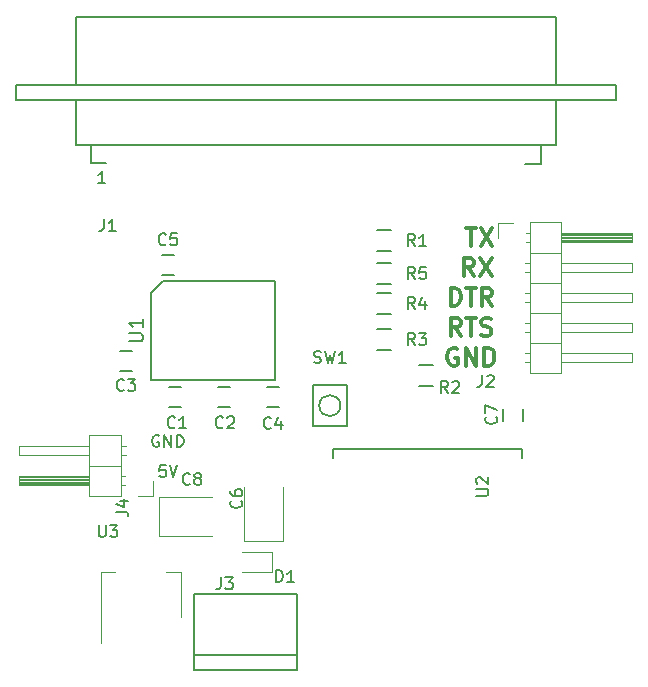
<source format=gbr>
G04 #@! TF.FileFunction,Legend,Top*
%FSLAX46Y46*%
G04 Gerber Fmt 4.6, Leading zero omitted, Abs format (unit mm)*
G04 Created by KiCad (PCBNEW 4.0.7) date Thursday, 17 May 2018 'PMt' 20:57:55*
%MOMM*%
%LPD*%
G01*
G04 APERTURE LIST*
%ADD10C,0.100000*%
%ADD11C,0.200000*%
%ADD12C,0.300000*%
%ADD13C,0.150000*%
%ADD14C,0.120000*%
%ADD15C,0.152400*%
G04 APERTURE END LIST*
D10*
D11*
X101346096Y-104656000D02*
X101250858Y-104608381D01*
X101108001Y-104608381D01*
X100965143Y-104656000D01*
X100869905Y-104751238D01*
X100822286Y-104846476D01*
X100774667Y-105036952D01*
X100774667Y-105179810D01*
X100822286Y-105370286D01*
X100869905Y-105465524D01*
X100965143Y-105560762D01*
X101108001Y-105608381D01*
X101203239Y-105608381D01*
X101346096Y-105560762D01*
X101393715Y-105513143D01*
X101393715Y-105179810D01*
X101203239Y-105179810D01*
X101822286Y-105608381D02*
X101822286Y-104608381D01*
X102393715Y-105608381D01*
X102393715Y-104608381D01*
X102869905Y-105608381D02*
X102869905Y-104608381D01*
X103108000Y-104608381D01*
X103250858Y-104656000D01*
X103346096Y-104751238D01*
X103393715Y-104846476D01*
X103441334Y-105036952D01*
X103441334Y-105179810D01*
X103393715Y-105370286D01*
X103346096Y-105465524D01*
X103250858Y-105560762D01*
X103108000Y-105608381D01*
X102869905Y-105608381D01*
X101917524Y-107148381D02*
X101441333Y-107148381D01*
X101393714Y-107624571D01*
X101441333Y-107576952D01*
X101536571Y-107529333D01*
X101774667Y-107529333D01*
X101869905Y-107576952D01*
X101917524Y-107624571D01*
X101965143Y-107719810D01*
X101965143Y-107957905D01*
X101917524Y-108053143D01*
X101869905Y-108100762D01*
X101774667Y-108148381D01*
X101536571Y-108148381D01*
X101441333Y-108100762D01*
X101393714Y-108053143D01*
X102250857Y-107148381D02*
X102584190Y-108148381D01*
X102917524Y-107148381D01*
D12*
X127381143Y-87062571D02*
X128238286Y-87062571D01*
X127809715Y-88562571D02*
X127809715Y-87062571D01*
X128595429Y-87062571D02*
X129595429Y-88562571D01*
X129595429Y-87062571D02*
X128595429Y-88562571D01*
X128020001Y-91102571D02*
X127520001Y-90388286D01*
X127162858Y-91102571D02*
X127162858Y-89602571D01*
X127734286Y-89602571D01*
X127877144Y-89674000D01*
X127948572Y-89745429D01*
X128020001Y-89888286D01*
X128020001Y-90102571D01*
X127948572Y-90245429D01*
X127877144Y-90316857D01*
X127734286Y-90388286D01*
X127162858Y-90388286D01*
X128520001Y-89602571D02*
X129520001Y-91102571D01*
X129520001Y-89602571D02*
X128520001Y-91102571D01*
X126047715Y-93642571D02*
X126047715Y-92142571D01*
X126404858Y-92142571D01*
X126619143Y-92214000D01*
X126762001Y-92356857D01*
X126833429Y-92499714D01*
X126904858Y-92785429D01*
X126904858Y-92999714D01*
X126833429Y-93285429D01*
X126762001Y-93428286D01*
X126619143Y-93571143D01*
X126404858Y-93642571D01*
X126047715Y-93642571D01*
X127333429Y-92142571D02*
X128190572Y-92142571D01*
X127762001Y-93642571D02*
X127762001Y-92142571D01*
X129547715Y-93642571D02*
X129047715Y-92928286D01*
X128690572Y-93642571D02*
X128690572Y-92142571D01*
X129262000Y-92142571D01*
X129404858Y-92214000D01*
X129476286Y-92285429D01*
X129547715Y-92428286D01*
X129547715Y-92642571D01*
X129476286Y-92785429D01*
X129404858Y-92856857D01*
X129262000Y-92928286D01*
X128690572Y-92928286D01*
X126940572Y-96182571D02*
X126440572Y-95468286D01*
X126083429Y-96182571D02*
X126083429Y-94682571D01*
X126654857Y-94682571D01*
X126797715Y-94754000D01*
X126869143Y-94825429D01*
X126940572Y-94968286D01*
X126940572Y-95182571D01*
X126869143Y-95325429D01*
X126797715Y-95396857D01*
X126654857Y-95468286D01*
X126083429Y-95468286D01*
X127369143Y-94682571D02*
X128226286Y-94682571D01*
X127797715Y-96182571D02*
X127797715Y-94682571D01*
X128654857Y-96111143D02*
X128869143Y-96182571D01*
X129226286Y-96182571D01*
X129369143Y-96111143D01*
X129440572Y-96039714D01*
X129512000Y-95896857D01*
X129512000Y-95754000D01*
X129440572Y-95611143D01*
X129369143Y-95539714D01*
X129226286Y-95468286D01*
X128940572Y-95396857D01*
X128797714Y-95325429D01*
X128726286Y-95254000D01*
X128654857Y-95111143D01*
X128654857Y-94968286D01*
X128726286Y-94825429D01*
X128797714Y-94754000D01*
X128940572Y-94682571D01*
X129297714Y-94682571D01*
X129512000Y-94754000D01*
X126619143Y-97294000D02*
X126476286Y-97222571D01*
X126262000Y-97222571D01*
X126047715Y-97294000D01*
X125904857Y-97436857D01*
X125833429Y-97579714D01*
X125762000Y-97865429D01*
X125762000Y-98079714D01*
X125833429Y-98365429D01*
X125904857Y-98508286D01*
X126047715Y-98651143D01*
X126262000Y-98722571D01*
X126404857Y-98722571D01*
X126619143Y-98651143D01*
X126690572Y-98579714D01*
X126690572Y-98079714D01*
X126404857Y-98079714D01*
X127333429Y-98722571D02*
X127333429Y-97222571D01*
X128190572Y-98722571D01*
X128190572Y-97222571D01*
X128904858Y-98722571D02*
X128904858Y-97222571D01*
X129262001Y-97222571D01*
X129476286Y-97294000D01*
X129619144Y-97436857D01*
X129690572Y-97579714D01*
X129762001Y-97865429D01*
X129762001Y-98079714D01*
X129690572Y-98365429D01*
X129619144Y-98508286D01*
X129476286Y-98651143D01*
X129262001Y-98722571D01*
X128904858Y-98722571D01*
D13*
X103243000Y-100496000D02*
X102243000Y-100496000D01*
X102243000Y-102196000D02*
X103243000Y-102196000D01*
X107370500Y-100496000D02*
X106370500Y-100496000D01*
X106370500Y-102196000D02*
X107370500Y-102196000D01*
X98052000Y-99148000D02*
X99052000Y-99148000D01*
X99052000Y-97448000D02*
X98052000Y-97448000D01*
X111482000Y-100496000D02*
X110482000Y-100496000D01*
X110482000Y-102196000D02*
X111482000Y-102196000D01*
X102608000Y-89320000D02*
X101608000Y-89320000D01*
X101608000Y-91020000D02*
X102608000Y-91020000D01*
D14*
X108586000Y-113543000D02*
X108586000Y-108993000D01*
X111886000Y-113543000D02*
X111886000Y-108993000D01*
X108586000Y-113543000D02*
X111886000Y-113543000D01*
D13*
X130468000Y-102370000D02*
X130468000Y-103370000D01*
X132168000Y-103370000D02*
X132168000Y-102370000D01*
D14*
X101340000Y-109856000D02*
X105890000Y-109856000D01*
X101340000Y-113156000D02*
X105890000Y-113156000D01*
X101340000Y-109856000D02*
X101340000Y-113156000D01*
X110940000Y-116166000D02*
X110940000Y-114466000D01*
X110940000Y-114466000D02*
X108390000Y-114466000D01*
X110940000Y-116166000D02*
X108390000Y-116166000D01*
D13*
X133731000Y-80010000D02*
X133731000Y-81661000D01*
X133731000Y-81661000D02*
X132334000Y-81661000D01*
X95631000Y-80010000D02*
X95631000Y-81534000D01*
X95631000Y-81534000D02*
X96901000Y-81534000D01*
X135001000Y-80010000D02*
X94361000Y-80010000D01*
X94361000Y-80010000D02*
X94361000Y-76200000D01*
X94361000Y-76200000D02*
X135001000Y-76200000D01*
X135001000Y-76200000D02*
X135001000Y-80010000D01*
X94361000Y-76200000D02*
X89281000Y-76200000D01*
X89281000Y-76200000D02*
X89281000Y-74930000D01*
X89281000Y-74930000D02*
X140081000Y-74930000D01*
X140081000Y-74930000D02*
X140081000Y-76200000D01*
X140081000Y-76200000D02*
X135001000Y-76200000D01*
X94361000Y-74930000D02*
X94361000Y-69215000D01*
X94361000Y-69215000D02*
X135001000Y-69215000D01*
X135001000Y-69215000D02*
X135001000Y-74930000D01*
X104361100Y-124467460D02*
X113061100Y-124467460D01*
X104361100Y-118062460D02*
X113061100Y-118062460D01*
X113061100Y-118062460D02*
X113061100Y-124467460D01*
X113061100Y-123237460D02*
X104361100Y-123237460D01*
X104361100Y-124467460D02*
X104361100Y-118062460D01*
D14*
X98128000Y-109788000D02*
X98128000Y-104588000D01*
X98128000Y-104588000D02*
X95468000Y-104588000D01*
X95468000Y-104588000D02*
X95468000Y-109788000D01*
X95468000Y-109788000D02*
X98128000Y-109788000D01*
X95468000Y-108838000D02*
X89468000Y-108838000D01*
X89468000Y-108838000D02*
X89468000Y-108078000D01*
X89468000Y-108078000D02*
X95468000Y-108078000D01*
X95468000Y-108778000D02*
X89468000Y-108778000D01*
X95468000Y-108658000D02*
X89468000Y-108658000D01*
X95468000Y-108538000D02*
X89468000Y-108538000D01*
X95468000Y-108418000D02*
X89468000Y-108418000D01*
X95468000Y-108298000D02*
X89468000Y-108298000D01*
X95468000Y-108178000D02*
X89468000Y-108178000D01*
X98458000Y-108838000D02*
X98128000Y-108838000D01*
X98458000Y-108078000D02*
X98128000Y-108078000D01*
X98128000Y-107188000D02*
X95468000Y-107188000D01*
X95468000Y-106298000D02*
X89468000Y-106298000D01*
X89468000Y-106298000D02*
X89468000Y-105538000D01*
X89468000Y-105538000D02*
X95468000Y-105538000D01*
X98525071Y-106298000D02*
X98128000Y-106298000D01*
X98525071Y-105538000D02*
X98128000Y-105538000D01*
X100838000Y-108458000D02*
X100838000Y-109728000D01*
X100838000Y-109728000D02*
X99568000Y-109728000D01*
D13*
X120996000Y-89013000D02*
X119796000Y-89013000D01*
X119796000Y-87263000D02*
X120996000Y-87263000D01*
X119796000Y-95645000D02*
X120996000Y-95645000D01*
X120996000Y-97395000D02*
X119796000Y-97395000D01*
X119796000Y-92597000D02*
X120996000Y-92597000D01*
X120996000Y-94347000D02*
X119796000Y-94347000D01*
X119796000Y-90057000D02*
X120996000Y-90057000D01*
X120996000Y-91807000D02*
X119796000Y-91807000D01*
X101673000Y-91558000D02*
X100673000Y-92558000D01*
X100673000Y-92558000D02*
X100673000Y-99958000D01*
X100673000Y-99958000D02*
X111163000Y-99958000D01*
X111163000Y-99958000D02*
X111163000Y-91558000D01*
X111163000Y-91558000D02*
X101673000Y-91558000D01*
D15*
X132080000Y-106553000D02*
X132080000Y-105791000D01*
X132080000Y-105791000D02*
X116078000Y-105791000D01*
X116078000Y-105791000D02*
X116078000Y-106553000D01*
D14*
X103232000Y-116200000D02*
X101972000Y-116200000D01*
X96412000Y-116200000D02*
X97672000Y-116200000D01*
X103232000Y-119960000D02*
X103232000Y-116200000D01*
X96412000Y-122210000D02*
X96412000Y-116200000D01*
X132758000Y-86554000D02*
X132758000Y-99374000D01*
X132758000Y-99374000D02*
X135418000Y-99374000D01*
X135418000Y-99374000D02*
X135418000Y-86554000D01*
X135418000Y-86554000D02*
X132758000Y-86554000D01*
X135418000Y-87504000D02*
X141418000Y-87504000D01*
X141418000Y-87504000D02*
X141418000Y-88264000D01*
X141418000Y-88264000D02*
X135418000Y-88264000D01*
X135418000Y-87564000D02*
X141418000Y-87564000D01*
X135418000Y-87684000D02*
X141418000Y-87684000D01*
X135418000Y-87804000D02*
X141418000Y-87804000D01*
X135418000Y-87924000D02*
X141418000Y-87924000D01*
X135418000Y-88044000D02*
X141418000Y-88044000D01*
X135418000Y-88164000D02*
X141418000Y-88164000D01*
X132428000Y-87504000D02*
X132758000Y-87504000D01*
X132428000Y-88264000D02*
X132758000Y-88264000D01*
X132758000Y-89154000D02*
X135418000Y-89154000D01*
X135418000Y-90044000D02*
X141418000Y-90044000D01*
X141418000Y-90044000D02*
X141418000Y-90804000D01*
X141418000Y-90804000D02*
X135418000Y-90804000D01*
X132360929Y-90044000D02*
X132758000Y-90044000D01*
X132360929Y-90804000D02*
X132758000Y-90804000D01*
X132758000Y-91694000D02*
X135418000Y-91694000D01*
X135418000Y-92584000D02*
X141418000Y-92584000D01*
X141418000Y-92584000D02*
X141418000Y-93344000D01*
X141418000Y-93344000D02*
X135418000Y-93344000D01*
X132360929Y-92584000D02*
X132758000Y-92584000D01*
X132360929Y-93344000D02*
X132758000Y-93344000D01*
X132758000Y-94234000D02*
X135418000Y-94234000D01*
X135418000Y-95124000D02*
X141418000Y-95124000D01*
X141418000Y-95124000D02*
X141418000Y-95884000D01*
X141418000Y-95884000D02*
X135418000Y-95884000D01*
X132360929Y-95124000D02*
X132758000Y-95124000D01*
X132360929Y-95884000D02*
X132758000Y-95884000D01*
X132758000Y-96774000D02*
X135418000Y-96774000D01*
X135418000Y-97664000D02*
X141418000Y-97664000D01*
X141418000Y-97664000D02*
X141418000Y-98424000D01*
X141418000Y-98424000D02*
X135418000Y-98424000D01*
X132360929Y-97664000D02*
X132758000Y-97664000D01*
X132360929Y-98424000D02*
X132758000Y-98424000D01*
X130048000Y-87884000D02*
X130048000Y-86614000D01*
X130048000Y-86614000D02*
X131318000Y-86614000D01*
D13*
X124552000Y-100443000D02*
X123352000Y-100443000D01*
X123352000Y-98693000D02*
X124552000Y-98693000D01*
X116722026Y-102108000D02*
G75*
G03X116722026Y-102108000I-898026J0D01*
G01*
X117274000Y-100358000D02*
X114374000Y-100358000D01*
X117274000Y-103858000D02*
X117274000Y-100358000D01*
X114374000Y-100358000D02*
X114374000Y-103858000D01*
X114374000Y-103858000D02*
X117274000Y-103848000D01*
X102703334Y-103925643D02*
X102655715Y-103973262D01*
X102512858Y-104020881D01*
X102417620Y-104020881D01*
X102274762Y-103973262D01*
X102179524Y-103878024D01*
X102131905Y-103782786D01*
X102084286Y-103592310D01*
X102084286Y-103449452D01*
X102131905Y-103258976D01*
X102179524Y-103163738D01*
X102274762Y-103068500D01*
X102417620Y-103020881D01*
X102512858Y-103020881D01*
X102655715Y-103068500D01*
X102703334Y-103116119D01*
X103655715Y-104020881D02*
X103084286Y-104020881D01*
X103370000Y-104020881D02*
X103370000Y-103020881D01*
X103274762Y-103163738D01*
X103179524Y-103258976D01*
X103084286Y-103306595D01*
X106767334Y-103925643D02*
X106719715Y-103973262D01*
X106576858Y-104020881D01*
X106481620Y-104020881D01*
X106338762Y-103973262D01*
X106243524Y-103878024D01*
X106195905Y-103782786D01*
X106148286Y-103592310D01*
X106148286Y-103449452D01*
X106195905Y-103258976D01*
X106243524Y-103163738D01*
X106338762Y-103068500D01*
X106481620Y-103020881D01*
X106576858Y-103020881D01*
X106719715Y-103068500D01*
X106767334Y-103116119D01*
X107148286Y-103116119D02*
X107195905Y-103068500D01*
X107291143Y-103020881D01*
X107529239Y-103020881D01*
X107624477Y-103068500D01*
X107672096Y-103116119D01*
X107719715Y-103211357D01*
X107719715Y-103306595D01*
X107672096Y-103449452D01*
X107100667Y-104020881D01*
X107719715Y-104020881D01*
X98385334Y-100755143D02*
X98337715Y-100802762D01*
X98194858Y-100850381D01*
X98099620Y-100850381D01*
X97956762Y-100802762D01*
X97861524Y-100707524D01*
X97813905Y-100612286D01*
X97766286Y-100421810D01*
X97766286Y-100278952D01*
X97813905Y-100088476D01*
X97861524Y-99993238D01*
X97956762Y-99898000D01*
X98099620Y-99850381D01*
X98194858Y-99850381D01*
X98337715Y-99898000D01*
X98385334Y-99945619D01*
X98718667Y-99850381D02*
X99337715Y-99850381D01*
X99004381Y-100231333D01*
X99147239Y-100231333D01*
X99242477Y-100278952D01*
X99290096Y-100326571D01*
X99337715Y-100421810D01*
X99337715Y-100659905D01*
X99290096Y-100755143D01*
X99242477Y-100802762D01*
X99147239Y-100850381D01*
X98861524Y-100850381D01*
X98766286Y-100802762D01*
X98718667Y-100755143D01*
X110831334Y-103989143D02*
X110783715Y-104036762D01*
X110640858Y-104084381D01*
X110545620Y-104084381D01*
X110402762Y-104036762D01*
X110307524Y-103941524D01*
X110259905Y-103846286D01*
X110212286Y-103655810D01*
X110212286Y-103512952D01*
X110259905Y-103322476D01*
X110307524Y-103227238D01*
X110402762Y-103132000D01*
X110545620Y-103084381D01*
X110640858Y-103084381D01*
X110783715Y-103132000D01*
X110831334Y-103179619D01*
X111688477Y-103417714D02*
X111688477Y-104084381D01*
X111450381Y-103036762D02*
X111212286Y-103751048D01*
X111831334Y-103751048D01*
X101941334Y-88427143D02*
X101893715Y-88474762D01*
X101750858Y-88522381D01*
X101655620Y-88522381D01*
X101512762Y-88474762D01*
X101417524Y-88379524D01*
X101369905Y-88284286D01*
X101322286Y-88093810D01*
X101322286Y-87950952D01*
X101369905Y-87760476D01*
X101417524Y-87665238D01*
X101512762Y-87570000D01*
X101655620Y-87522381D01*
X101750858Y-87522381D01*
X101893715Y-87570000D01*
X101941334Y-87617619D01*
X102846096Y-87522381D02*
X102369905Y-87522381D01*
X102322286Y-87998571D01*
X102369905Y-87950952D01*
X102465143Y-87903333D01*
X102703239Y-87903333D01*
X102798477Y-87950952D01*
X102846096Y-87998571D01*
X102893715Y-88093810D01*
X102893715Y-88331905D01*
X102846096Y-88427143D01*
X102798477Y-88474762D01*
X102703239Y-88522381D01*
X102465143Y-88522381D01*
X102369905Y-88474762D01*
X102322286Y-88427143D01*
X108307143Y-110148666D02*
X108354762Y-110196285D01*
X108402381Y-110339142D01*
X108402381Y-110434380D01*
X108354762Y-110577238D01*
X108259524Y-110672476D01*
X108164286Y-110720095D01*
X107973810Y-110767714D01*
X107830952Y-110767714D01*
X107640476Y-110720095D01*
X107545238Y-110672476D01*
X107450000Y-110577238D01*
X107402381Y-110434380D01*
X107402381Y-110339142D01*
X107450000Y-110196285D01*
X107497619Y-110148666D01*
X107402381Y-109291523D02*
X107402381Y-109482000D01*
X107450000Y-109577238D01*
X107497619Y-109624857D01*
X107640476Y-109720095D01*
X107830952Y-109767714D01*
X108211905Y-109767714D01*
X108307143Y-109720095D01*
X108354762Y-109672476D01*
X108402381Y-109577238D01*
X108402381Y-109386761D01*
X108354762Y-109291523D01*
X108307143Y-109243904D01*
X108211905Y-109196285D01*
X107973810Y-109196285D01*
X107878571Y-109243904D01*
X107830952Y-109291523D01*
X107783333Y-109386761D01*
X107783333Y-109577238D01*
X107830952Y-109672476D01*
X107878571Y-109720095D01*
X107973810Y-109767714D01*
X129897143Y-103036666D02*
X129944762Y-103084285D01*
X129992381Y-103227142D01*
X129992381Y-103322380D01*
X129944762Y-103465238D01*
X129849524Y-103560476D01*
X129754286Y-103608095D01*
X129563810Y-103655714D01*
X129420952Y-103655714D01*
X129230476Y-103608095D01*
X129135238Y-103560476D01*
X129040000Y-103465238D01*
X128992381Y-103322380D01*
X128992381Y-103227142D01*
X129040000Y-103084285D01*
X129087619Y-103036666D01*
X128992381Y-102703333D02*
X128992381Y-102036666D01*
X129992381Y-102465238D01*
X103973334Y-108713143D02*
X103925715Y-108760762D01*
X103782858Y-108808381D01*
X103687620Y-108808381D01*
X103544762Y-108760762D01*
X103449524Y-108665524D01*
X103401905Y-108570286D01*
X103354286Y-108379810D01*
X103354286Y-108236952D01*
X103401905Y-108046476D01*
X103449524Y-107951238D01*
X103544762Y-107856000D01*
X103687620Y-107808381D01*
X103782858Y-107808381D01*
X103925715Y-107856000D01*
X103973334Y-107903619D01*
X104544762Y-108236952D02*
X104449524Y-108189333D01*
X104401905Y-108141714D01*
X104354286Y-108046476D01*
X104354286Y-107998857D01*
X104401905Y-107903619D01*
X104449524Y-107856000D01*
X104544762Y-107808381D01*
X104735239Y-107808381D01*
X104830477Y-107856000D01*
X104878096Y-107903619D01*
X104925715Y-107998857D01*
X104925715Y-108046476D01*
X104878096Y-108141714D01*
X104830477Y-108189333D01*
X104735239Y-108236952D01*
X104544762Y-108236952D01*
X104449524Y-108284571D01*
X104401905Y-108332190D01*
X104354286Y-108427429D01*
X104354286Y-108617905D01*
X104401905Y-108713143D01*
X104449524Y-108760762D01*
X104544762Y-108808381D01*
X104735239Y-108808381D01*
X104830477Y-108760762D01*
X104878096Y-108713143D01*
X104925715Y-108617905D01*
X104925715Y-108427429D01*
X104878096Y-108332190D01*
X104830477Y-108284571D01*
X104735239Y-108236952D01*
X111275905Y-117038381D02*
X111275905Y-116038381D01*
X111514000Y-116038381D01*
X111656858Y-116086000D01*
X111752096Y-116181238D01*
X111799715Y-116276476D01*
X111847334Y-116466952D01*
X111847334Y-116609810D01*
X111799715Y-116800286D01*
X111752096Y-116895524D01*
X111656858Y-116990762D01*
X111514000Y-117038381D01*
X111275905Y-117038381D01*
X112799715Y-117038381D02*
X112228286Y-117038381D01*
X112514000Y-117038381D02*
X112514000Y-116038381D01*
X112418762Y-116181238D01*
X112323524Y-116276476D01*
X112228286Y-116324095D01*
X96694667Y-86320381D02*
X96694667Y-87034667D01*
X96647047Y-87177524D01*
X96551809Y-87272762D01*
X96408952Y-87320381D01*
X96313714Y-87320381D01*
X97694667Y-87320381D02*
X97123238Y-87320381D01*
X97408952Y-87320381D02*
X97408952Y-86320381D01*
X97313714Y-86463238D01*
X97218476Y-86558476D01*
X97123238Y-86606095D01*
X96805715Y-83256381D02*
X96234286Y-83256381D01*
X96520000Y-83256381D02*
X96520000Y-82256381D01*
X96424762Y-82399238D01*
X96329524Y-82494476D01*
X96234286Y-82542095D01*
X106600667Y-116652381D02*
X106600667Y-117366667D01*
X106553047Y-117509524D01*
X106457809Y-117604762D01*
X106314952Y-117652381D01*
X106219714Y-117652381D01*
X106981619Y-116652381D02*
X107600667Y-116652381D01*
X107267333Y-117033333D01*
X107410191Y-117033333D01*
X107505429Y-117080952D01*
X107553048Y-117128571D01*
X107600667Y-117223810D01*
X107600667Y-117461905D01*
X107553048Y-117557143D01*
X107505429Y-117604762D01*
X107410191Y-117652381D01*
X107124476Y-117652381D01*
X107029238Y-117604762D01*
X106981619Y-117557143D01*
X97750381Y-111077333D02*
X98464667Y-111077333D01*
X98607524Y-111124953D01*
X98702762Y-111220191D01*
X98750381Y-111363048D01*
X98750381Y-111458286D01*
X98083714Y-110172571D02*
X98750381Y-110172571D01*
X97702762Y-110410667D02*
X98417048Y-110648762D01*
X98417048Y-110029714D01*
X123023334Y-88590381D02*
X122690000Y-88114190D01*
X122451905Y-88590381D02*
X122451905Y-87590381D01*
X122832858Y-87590381D01*
X122928096Y-87638000D01*
X122975715Y-87685619D01*
X123023334Y-87780857D01*
X123023334Y-87923714D01*
X122975715Y-88018952D01*
X122928096Y-88066571D01*
X122832858Y-88114190D01*
X122451905Y-88114190D01*
X123975715Y-88590381D02*
X123404286Y-88590381D01*
X123690000Y-88590381D02*
X123690000Y-87590381D01*
X123594762Y-87733238D01*
X123499524Y-87828476D01*
X123404286Y-87876095D01*
X123023334Y-96972381D02*
X122690000Y-96496190D01*
X122451905Y-96972381D02*
X122451905Y-95972381D01*
X122832858Y-95972381D01*
X122928096Y-96020000D01*
X122975715Y-96067619D01*
X123023334Y-96162857D01*
X123023334Y-96305714D01*
X122975715Y-96400952D01*
X122928096Y-96448571D01*
X122832858Y-96496190D01*
X122451905Y-96496190D01*
X123356667Y-95972381D02*
X123975715Y-95972381D01*
X123642381Y-96353333D01*
X123785239Y-96353333D01*
X123880477Y-96400952D01*
X123928096Y-96448571D01*
X123975715Y-96543810D01*
X123975715Y-96781905D01*
X123928096Y-96877143D01*
X123880477Y-96924762D01*
X123785239Y-96972381D01*
X123499524Y-96972381D01*
X123404286Y-96924762D01*
X123356667Y-96877143D01*
X123023334Y-93924381D02*
X122690000Y-93448190D01*
X122451905Y-93924381D02*
X122451905Y-92924381D01*
X122832858Y-92924381D01*
X122928096Y-92972000D01*
X122975715Y-93019619D01*
X123023334Y-93114857D01*
X123023334Y-93257714D01*
X122975715Y-93352952D01*
X122928096Y-93400571D01*
X122832858Y-93448190D01*
X122451905Y-93448190D01*
X123880477Y-93257714D02*
X123880477Y-93924381D01*
X123642381Y-92876762D02*
X123404286Y-93591048D01*
X124023334Y-93591048D01*
X123023334Y-91384381D02*
X122690000Y-90908190D01*
X122451905Y-91384381D02*
X122451905Y-90384381D01*
X122832858Y-90384381D01*
X122928096Y-90432000D01*
X122975715Y-90479619D01*
X123023334Y-90574857D01*
X123023334Y-90717714D01*
X122975715Y-90812952D01*
X122928096Y-90860571D01*
X122832858Y-90908190D01*
X122451905Y-90908190D01*
X123928096Y-90384381D02*
X123451905Y-90384381D01*
X123404286Y-90860571D01*
X123451905Y-90812952D01*
X123547143Y-90765333D01*
X123785239Y-90765333D01*
X123880477Y-90812952D01*
X123928096Y-90860571D01*
X123975715Y-90955810D01*
X123975715Y-91193905D01*
X123928096Y-91289143D01*
X123880477Y-91336762D01*
X123785239Y-91384381D01*
X123547143Y-91384381D01*
X123451905Y-91336762D01*
X123404286Y-91289143D01*
X98815857Y-96672286D02*
X99787286Y-96672286D01*
X99901571Y-96615143D01*
X99958714Y-96558000D01*
X100015857Y-96443714D01*
X100015857Y-96215143D01*
X99958714Y-96100857D01*
X99901571Y-96043714D01*
X99787286Y-95986571D01*
X98815857Y-95986571D01*
X100015857Y-94786571D02*
X100015857Y-95472286D01*
X100015857Y-95129428D02*
X98815857Y-95129428D01*
X98987286Y-95243714D01*
X99101571Y-95358000D01*
X99158714Y-95472286D01*
X128230381Y-109727905D02*
X129039905Y-109727905D01*
X129135143Y-109680286D01*
X129182762Y-109632667D01*
X129230381Y-109537429D01*
X129230381Y-109346952D01*
X129182762Y-109251714D01*
X129135143Y-109204095D01*
X129039905Y-109156476D01*
X128230381Y-109156476D01*
X128325619Y-108727905D02*
X128278000Y-108680286D01*
X128230381Y-108585048D01*
X128230381Y-108346952D01*
X128278000Y-108251714D01*
X128325619Y-108204095D01*
X128420857Y-108156476D01*
X128516095Y-108156476D01*
X128658952Y-108204095D01*
X129230381Y-108775524D01*
X129230381Y-108156476D01*
X96266095Y-112228381D02*
X96266095Y-113037905D01*
X96313714Y-113133143D01*
X96361333Y-113180762D01*
X96456571Y-113228381D01*
X96647048Y-113228381D01*
X96742286Y-113180762D01*
X96789905Y-113133143D01*
X96837524Y-113037905D01*
X96837524Y-112228381D01*
X97218476Y-112228381D02*
X97837524Y-112228381D01*
X97504190Y-112609333D01*
X97647048Y-112609333D01*
X97742286Y-112656952D01*
X97789905Y-112704571D01*
X97837524Y-112799810D01*
X97837524Y-113037905D01*
X97789905Y-113133143D01*
X97742286Y-113180762D01*
X97647048Y-113228381D01*
X97361333Y-113228381D01*
X97266095Y-113180762D01*
X97218476Y-113133143D01*
X128698667Y-99528381D02*
X128698667Y-100242667D01*
X128651047Y-100385524D01*
X128555809Y-100480762D01*
X128412952Y-100528381D01*
X128317714Y-100528381D01*
X129127238Y-99623619D02*
X129174857Y-99576000D01*
X129270095Y-99528381D01*
X129508191Y-99528381D01*
X129603429Y-99576000D01*
X129651048Y-99623619D01*
X129698667Y-99718857D01*
X129698667Y-99814095D01*
X129651048Y-99956952D01*
X129079619Y-100528381D01*
X129698667Y-100528381D01*
X125817334Y-101036381D02*
X125484000Y-100560190D01*
X125245905Y-101036381D02*
X125245905Y-100036381D01*
X125626858Y-100036381D01*
X125722096Y-100084000D01*
X125769715Y-100131619D01*
X125817334Y-100226857D01*
X125817334Y-100369714D01*
X125769715Y-100464952D01*
X125722096Y-100512571D01*
X125626858Y-100560190D01*
X125245905Y-100560190D01*
X126198286Y-100131619D02*
X126245905Y-100084000D01*
X126341143Y-100036381D01*
X126579239Y-100036381D01*
X126674477Y-100084000D01*
X126722096Y-100131619D01*
X126769715Y-100226857D01*
X126769715Y-100322095D01*
X126722096Y-100464952D01*
X126150667Y-101036381D01*
X126769715Y-101036381D01*
X114490667Y-98448762D02*
X114633524Y-98496381D01*
X114871620Y-98496381D01*
X114966858Y-98448762D01*
X115014477Y-98401143D01*
X115062096Y-98305905D01*
X115062096Y-98210667D01*
X115014477Y-98115429D01*
X114966858Y-98067810D01*
X114871620Y-98020190D01*
X114681143Y-97972571D01*
X114585905Y-97924952D01*
X114538286Y-97877333D01*
X114490667Y-97782095D01*
X114490667Y-97686857D01*
X114538286Y-97591619D01*
X114585905Y-97544000D01*
X114681143Y-97496381D01*
X114919239Y-97496381D01*
X115062096Y-97544000D01*
X115395429Y-97496381D02*
X115633524Y-98496381D01*
X115824001Y-97782095D01*
X116014477Y-98496381D01*
X116252572Y-97496381D01*
X117157334Y-98496381D02*
X116585905Y-98496381D01*
X116871619Y-98496381D02*
X116871619Y-97496381D01*
X116776381Y-97639238D01*
X116681143Y-97734476D01*
X116585905Y-97782095D01*
M02*

</source>
